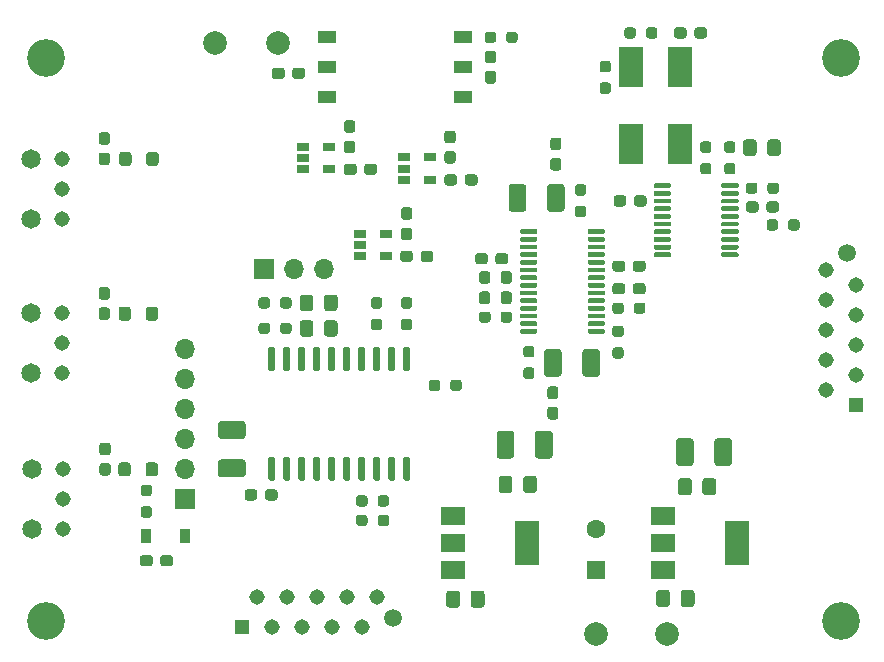
<source format=gbr>
G04 #@! TF.GenerationSoftware,KiCad,Pcbnew,(5.1.10-0-10_14)*
G04 #@! TF.CreationDate,2021-10-25T19:36:00+02:00*
G04 #@! TF.ProjectId,spdif_recv_cs,73706469-665f-4726-9563-765f63732e6b,rev?*
G04 #@! TF.SameCoordinates,Original*
G04 #@! TF.FileFunction,Soldermask,Top*
G04 #@! TF.FilePolarity,Negative*
%FSLAX46Y46*%
G04 Gerber Fmt 4.6, Leading zero omitted, Abs format (unit mm)*
G04 Created by KiCad (PCBNEW (5.1.10-0-10_14)) date 2021-10-25 19:36:00*
%MOMM*%
%LPD*%
G01*
G04 APERTURE LIST*
%ADD10C,1.308000*%
%ADD11C,1.650000*%
%ADD12R,1.060000X0.650000*%
%ADD13R,1.600000X1.000000*%
%ADD14C,2.000000*%
%ADD15R,1.308000X1.308000*%
%ADD16C,1.500000*%
%ADD17O,1.700000X1.700000*%
%ADD18R,1.700000X1.700000*%
%ADD19R,0.900000X1.200000*%
%ADD20R,2.000000X1.500000*%
%ADD21R,2.000000X3.800000*%
%ADD22R,2.000000X3.500000*%
%ADD23C,1.600000*%
%ADD24R,1.600000X1.600000*%
%ADD25C,3.200000*%
G04 APERTURE END LIST*
D10*
X115088500Y-96393000D03*
X115088500Y-98933000D03*
X115088500Y-101473000D03*
D11*
X112458500Y-101473000D03*
X112458500Y-96393000D03*
D10*
X115025000Y-83185000D03*
X115025000Y-85725000D03*
X115025000Y-88265000D03*
D11*
X112395000Y-88265000D03*
X112395000Y-83185000D03*
D10*
X115025000Y-70104000D03*
X115025000Y-72644000D03*
X115025000Y-75184000D03*
D11*
X112395000Y-75184000D03*
X112395000Y-70104000D03*
D12*
X142495001Y-76440001D03*
X142495001Y-78340001D03*
X140295001Y-78340001D03*
X140295001Y-77390001D03*
X140295001Y-76440001D03*
X146154500Y-69977000D03*
X146154500Y-71877000D03*
X143954500Y-71877000D03*
X143954500Y-70927000D03*
X143954500Y-69977000D03*
X137645500Y-69090500D03*
X137645500Y-70990500D03*
X135445500Y-70990500D03*
X135445500Y-70040500D03*
X135445500Y-69090500D03*
G36*
G01*
X170849500Y-72475000D02*
X170849500Y-72275000D01*
G75*
G02*
X170949500Y-72175000I100000J0D01*
G01*
X172224500Y-72175000D01*
G75*
G02*
X172324500Y-72275000I0J-100000D01*
G01*
X172324500Y-72475000D01*
G75*
G02*
X172224500Y-72575000I-100000J0D01*
G01*
X170949500Y-72575000D01*
G75*
G02*
X170849500Y-72475000I0J100000D01*
G01*
G37*
G36*
G01*
X170849500Y-73125000D02*
X170849500Y-72925000D01*
G75*
G02*
X170949500Y-72825000I100000J0D01*
G01*
X172224500Y-72825000D01*
G75*
G02*
X172324500Y-72925000I0J-100000D01*
G01*
X172324500Y-73125000D01*
G75*
G02*
X172224500Y-73225000I-100000J0D01*
G01*
X170949500Y-73225000D01*
G75*
G02*
X170849500Y-73125000I0J100000D01*
G01*
G37*
G36*
G01*
X170849500Y-73775000D02*
X170849500Y-73575000D01*
G75*
G02*
X170949500Y-73475000I100000J0D01*
G01*
X172224500Y-73475000D01*
G75*
G02*
X172324500Y-73575000I0J-100000D01*
G01*
X172324500Y-73775000D01*
G75*
G02*
X172224500Y-73875000I-100000J0D01*
G01*
X170949500Y-73875000D01*
G75*
G02*
X170849500Y-73775000I0J100000D01*
G01*
G37*
G36*
G01*
X170849500Y-74425000D02*
X170849500Y-74225000D01*
G75*
G02*
X170949500Y-74125000I100000J0D01*
G01*
X172224500Y-74125000D01*
G75*
G02*
X172324500Y-74225000I0J-100000D01*
G01*
X172324500Y-74425000D01*
G75*
G02*
X172224500Y-74525000I-100000J0D01*
G01*
X170949500Y-74525000D01*
G75*
G02*
X170849500Y-74425000I0J100000D01*
G01*
G37*
G36*
G01*
X170849500Y-75075000D02*
X170849500Y-74875000D01*
G75*
G02*
X170949500Y-74775000I100000J0D01*
G01*
X172224500Y-74775000D01*
G75*
G02*
X172324500Y-74875000I0J-100000D01*
G01*
X172324500Y-75075000D01*
G75*
G02*
X172224500Y-75175000I-100000J0D01*
G01*
X170949500Y-75175000D01*
G75*
G02*
X170849500Y-75075000I0J100000D01*
G01*
G37*
G36*
G01*
X170849500Y-75725000D02*
X170849500Y-75525000D01*
G75*
G02*
X170949500Y-75425000I100000J0D01*
G01*
X172224500Y-75425000D01*
G75*
G02*
X172324500Y-75525000I0J-100000D01*
G01*
X172324500Y-75725000D01*
G75*
G02*
X172224500Y-75825000I-100000J0D01*
G01*
X170949500Y-75825000D01*
G75*
G02*
X170849500Y-75725000I0J100000D01*
G01*
G37*
G36*
G01*
X170849500Y-76375000D02*
X170849500Y-76175000D01*
G75*
G02*
X170949500Y-76075000I100000J0D01*
G01*
X172224500Y-76075000D01*
G75*
G02*
X172324500Y-76175000I0J-100000D01*
G01*
X172324500Y-76375000D01*
G75*
G02*
X172224500Y-76475000I-100000J0D01*
G01*
X170949500Y-76475000D01*
G75*
G02*
X170849500Y-76375000I0J100000D01*
G01*
G37*
G36*
G01*
X170849500Y-77025000D02*
X170849500Y-76825000D01*
G75*
G02*
X170949500Y-76725000I100000J0D01*
G01*
X172224500Y-76725000D01*
G75*
G02*
X172324500Y-76825000I0J-100000D01*
G01*
X172324500Y-77025000D01*
G75*
G02*
X172224500Y-77125000I-100000J0D01*
G01*
X170949500Y-77125000D01*
G75*
G02*
X170849500Y-77025000I0J100000D01*
G01*
G37*
G36*
G01*
X170849500Y-77675000D02*
X170849500Y-77475000D01*
G75*
G02*
X170949500Y-77375000I100000J0D01*
G01*
X172224500Y-77375000D01*
G75*
G02*
X172324500Y-77475000I0J-100000D01*
G01*
X172324500Y-77675000D01*
G75*
G02*
X172224500Y-77775000I-100000J0D01*
G01*
X170949500Y-77775000D01*
G75*
G02*
X170849500Y-77675000I0J100000D01*
G01*
G37*
G36*
G01*
X170849500Y-78325000D02*
X170849500Y-78125000D01*
G75*
G02*
X170949500Y-78025000I100000J0D01*
G01*
X172224500Y-78025000D01*
G75*
G02*
X172324500Y-78125000I0J-100000D01*
G01*
X172324500Y-78325000D01*
G75*
G02*
X172224500Y-78425000I-100000J0D01*
G01*
X170949500Y-78425000D01*
G75*
G02*
X170849500Y-78325000I0J100000D01*
G01*
G37*
G36*
G01*
X165124500Y-78325000D02*
X165124500Y-78125000D01*
G75*
G02*
X165224500Y-78025000I100000J0D01*
G01*
X166499500Y-78025000D01*
G75*
G02*
X166599500Y-78125000I0J-100000D01*
G01*
X166599500Y-78325000D01*
G75*
G02*
X166499500Y-78425000I-100000J0D01*
G01*
X165224500Y-78425000D01*
G75*
G02*
X165124500Y-78325000I0J100000D01*
G01*
G37*
G36*
G01*
X165124500Y-77675000D02*
X165124500Y-77475000D01*
G75*
G02*
X165224500Y-77375000I100000J0D01*
G01*
X166499500Y-77375000D01*
G75*
G02*
X166599500Y-77475000I0J-100000D01*
G01*
X166599500Y-77675000D01*
G75*
G02*
X166499500Y-77775000I-100000J0D01*
G01*
X165224500Y-77775000D01*
G75*
G02*
X165124500Y-77675000I0J100000D01*
G01*
G37*
G36*
G01*
X165124500Y-77025000D02*
X165124500Y-76825000D01*
G75*
G02*
X165224500Y-76725000I100000J0D01*
G01*
X166499500Y-76725000D01*
G75*
G02*
X166599500Y-76825000I0J-100000D01*
G01*
X166599500Y-77025000D01*
G75*
G02*
X166499500Y-77125000I-100000J0D01*
G01*
X165224500Y-77125000D01*
G75*
G02*
X165124500Y-77025000I0J100000D01*
G01*
G37*
G36*
G01*
X165124500Y-76375000D02*
X165124500Y-76175000D01*
G75*
G02*
X165224500Y-76075000I100000J0D01*
G01*
X166499500Y-76075000D01*
G75*
G02*
X166599500Y-76175000I0J-100000D01*
G01*
X166599500Y-76375000D01*
G75*
G02*
X166499500Y-76475000I-100000J0D01*
G01*
X165224500Y-76475000D01*
G75*
G02*
X165124500Y-76375000I0J100000D01*
G01*
G37*
G36*
G01*
X165124500Y-75725000D02*
X165124500Y-75525000D01*
G75*
G02*
X165224500Y-75425000I100000J0D01*
G01*
X166499500Y-75425000D01*
G75*
G02*
X166599500Y-75525000I0J-100000D01*
G01*
X166599500Y-75725000D01*
G75*
G02*
X166499500Y-75825000I-100000J0D01*
G01*
X165224500Y-75825000D01*
G75*
G02*
X165124500Y-75725000I0J100000D01*
G01*
G37*
G36*
G01*
X165124500Y-75075000D02*
X165124500Y-74875000D01*
G75*
G02*
X165224500Y-74775000I100000J0D01*
G01*
X166499500Y-74775000D01*
G75*
G02*
X166599500Y-74875000I0J-100000D01*
G01*
X166599500Y-75075000D01*
G75*
G02*
X166499500Y-75175000I-100000J0D01*
G01*
X165224500Y-75175000D01*
G75*
G02*
X165124500Y-75075000I0J100000D01*
G01*
G37*
G36*
G01*
X165124500Y-74425000D02*
X165124500Y-74225000D01*
G75*
G02*
X165224500Y-74125000I100000J0D01*
G01*
X166499500Y-74125000D01*
G75*
G02*
X166599500Y-74225000I0J-100000D01*
G01*
X166599500Y-74425000D01*
G75*
G02*
X166499500Y-74525000I-100000J0D01*
G01*
X165224500Y-74525000D01*
G75*
G02*
X165124500Y-74425000I0J100000D01*
G01*
G37*
G36*
G01*
X165124500Y-73775000D02*
X165124500Y-73575000D01*
G75*
G02*
X165224500Y-73475000I100000J0D01*
G01*
X166499500Y-73475000D01*
G75*
G02*
X166599500Y-73575000I0J-100000D01*
G01*
X166599500Y-73775000D01*
G75*
G02*
X166499500Y-73875000I-100000J0D01*
G01*
X165224500Y-73875000D01*
G75*
G02*
X165124500Y-73775000I0J100000D01*
G01*
G37*
G36*
G01*
X165124500Y-73125000D02*
X165124500Y-72925000D01*
G75*
G02*
X165224500Y-72825000I100000J0D01*
G01*
X166499500Y-72825000D01*
G75*
G02*
X166599500Y-72925000I0J-100000D01*
G01*
X166599500Y-73125000D01*
G75*
G02*
X166499500Y-73225000I-100000J0D01*
G01*
X165224500Y-73225000D01*
G75*
G02*
X165124500Y-73125000I0J100000D01*
G01*
G37*
G36*
G01*
X165124500Y-72475000D02*
X165124500Y-72275000D01*
G75*
G02*
X165224500Y-72175000I100000J0D01*
G01*
X166499500Y-72175000D01*
G75*
G02*
X166599500Y-72275000I0J-100000D01*
G01*
X166599500Y-72475000D01*
G75*
G02*
X166499500Y-72575000I-100000J0D01*
G01*
X165224500Y-72575000D01*
G75*
G02*
X165124500Y-72475000I0J100000D01*
G01*
G37*
G36*
G01*
X151083000Y-62655500D02*
X151558000Y-62655500D01*
G75*
G02*
X151795500Y-62893000I0J-237500D01*
G01*
X151795500Y-63493000D01*
G75*
G02*
X151558000Y-63730500I-237500J0D01*
G01*
X151083000Y-63730500D01*
G75*
G02*
X150845500Y-63493000I0J237500D01*
G01*
X150845500Y-62893000D01*
G75*
G02*
X151083000Y-62655500I237500J0D01*
G01*
G37*
G36*
G01*
X151083000Y-60930500D02*
X151558000Y-60930500D01*
G75*
G02*
X151795500Y-61168000I0J-237500D01*
G01*
X151795500Y-61768000D01*
G75*
G02*
X151558000Y-62005500I-237500J0D01*
G01*
X151083000Y-62005500D01*
G75*
G02*
X150845500Y-61768000I0J237500D01*
G01*
X150845500Y-61168000D01*
G75*
G02*
X151083000Y-60930500I237500J0D01*
G01*
G37*
G36*
G01*
X159536500Y-76352000D02*
X159536500Y-76152000D01*
G75*
G02*
X159636500Y-76052000I100000J0D01*
G01*
X160911500Y-76052000D01*
G75*
G02*
X161011500Y-76152000I0J-100000D01*
G01*
X161011500Y-76352000D01*
G75*
G02*
X160911500Y-76452000I-100000J0D01*
G01*
X159636500Y-76452000D01*
G75*
G02*
X159536500Y-76352000I0J100000D01*
G01*
G37*
G36*
G01*
X159536500Y-77002000D02*
X159536500Y-76802000D01*
G75*
G02*
X159636500Y-76702000I100000J0D01*
G01*
X160911500Y-76702000D01*
G75*
G02*
X161011500Y-76802000I0J-100000D01*
G01*
X161011500Y-77002000D01*
G75*
G02*
X160911500Y-77102000I-100000J0D01*
G01*
X159636500Y-77102000D01*
G75*
G02*
X159536500Y-77002000I0J100000D01*
G01*
G37*
G36*
G01*
X159536500Y-77652000D02*
X159536500Y-77452000D01*
G75*
G02*
X159636500Y-77352000I100000J0D01*
G01*
X160911500Y-77352000D01*
G75*
G02*
X161011500Y-77452000I0J-100000D01*
G01*
X161011500Y-77652000D01*
G75*
G02*
X160911500Y-77752000I-100000J0D01*
G01*
X159636500Y-77752000D01*
G75*
G02*
X159536500Y-77652000I0J100000D01*
G01*
G37*
G36*
G01*
X159536500Y-78302000D02*
X159536500Y-78102000D01*
G75*
G02*
X159636500Y-78002000I100000J0D01*
G01*
X160911500Y-78002000D01*
G75*
G02*
X161011500Y-78102000I0J-100000D01*
G01*
X161011500Y-78302000D01*
G75*
G02*
X160911500Y-78402000I-100000J0D01*
G01*
X159636500Y-78402000D01*
G75*
G02*
X159536500Y-78302000I0J100000D01*
G01*
G37*
G36*
G01*
X159536500Y-78952000D02*
X159536500Y-78752000D01*
G75*
G02*
X159636500Y-78652000I100000J0D01*
G01*
X160911500Y-78652000D01*
G75*
G02*
X161011500Y-78752000I0J-100000D01*
G01*
X161011500Y-78952000D01*
G75*
G02*
X160911500Y-79052000I-100000J0D01*
G01*
X159636500Y-79052000D01*
G75*
G02*
X159536500Y-78952000I0J100000D01*
G01*
G37*
G36*
G01*
X159536500Y-79602000D02*
X159536500Y-79402000D01*
G75*
G02*
X159636500Y-79302000I100000J0D01*
G01*
X160911500Y-79302000D01*
G75*
G02*
X161011500Y-79402000I0J-100000D01*
G01*
X161011500Y-79602000D01*
G75*
G02*
X160911500Y-79702000I-100000J0D01*
G01*
X159636500Y-79702000D01*
G75*
G02*
X159536500Y-79602000I0J100000D01*
G01*
G37*
G36*
G01*
X159536500Y-80252000D02*
X159536500Y-80052000D01*
G75*
G02*
X159636500Y-79952000I100000J0D01*
G01*
X160911500Y-79952000D01*
G75*
G02*
X161011500Y-80052000I0J-100000D01*
G01*
X161011500Y-80252000D01*
G75*
G02*
X160911500Y-80352000I-100000J0D01*
G01*
X159636500Y-80352000D01*
G75*
G02*
X159536500Y-80252000I0J100000D01*
G01*
G37*
G36*
G01*
X159536500Y-80902000D02*
X159536500Y-80702000D01*
G75*
G02*
X159636500Y-80602000I100000J0D01*
G01*
X160911500Y-80602000D01*
G75*
G02*
X161011500Y-80702000I0J-100000D01*
G01*
X161011500Y-80902000D01*
G75*
G02*
X160911500Y-81002000I-100000J0D01*
G01*
X159636500Y-81002000D01*
G75*
G02*
X159536500Y-80902000I0J100000D01*
G01*
G37*
G36*
G01*
X159536500Y-81552000D02*
X159536500Y-81352000D01*
G75*
G02*
X159636500Y-81252000I100000J0D01*
G01*
X160911500Y-81252000D01*
G75*
G02*
X161011500Y-81352000I0J-100000D01*
G01*
X161011500Y-81552000D01*
G75*
G02*
X160911500Y-81652000I-100000J0D01*
G01*
X159636500Y-81652000D01*
G75*
G02*
X159536500Y-81552000I0J100000D01*
G01*
G37*
G36*
G01*
X159536500Y-82202000D02*
X159536500Y-82002000D01*
G75*
G02*
X159636500Y-81902000I100000J0D01*
G01*
X160911500Y-81902000D01*
G75*
G02*
X161011500Y-82002000I0J-100000D01*
G01*
X161011500Y-82202000D01*
G75*
G02*
X160911500Y-82302000I-100000J0D01*
G01*
X159636500Y-82302000D01*
G75*
G02*
X159536500Y-82202000I0J100000D01*
G01*
G37*
G36*
G01*
X159536500Y-82852000D02*
X159536500Y-82652000D01*
G75*
G02*
X159636500Y-82552000I100000J0D01*
G01*
X160911500Y-82552000D01*
G75*
G02*
X161011500Y-82652000I0J-100000D01*
G01*
X161011500Y-82852000D01*
G75*
G02*
X160911500Y-82952000I-100000J0D01*
G01*
X159636500Y-82952000D01*
G75*
G02*
X159536500Y-82852000I0J100000D01*
G01*
G37*
G36*
G01*
X159536500Y-83502000D02*
X159536500Y-83302000D01*
G75*
G02*
X159636500Y-83202000I100000J0D01*
G01*
X160911500Y-83202000D01*
G75*
G02*
X161011500Y-83302000I0J-100000D01*
G01*
X161011500Y-83502000D01*
G75*
G02*
X160911500Y-83602000I-100000J0D01*
G01*
X159636500Y-83602000D01*
G75*
G02*
X159536500Y-83502000I0J100000D01*
G01*
G37*
G36*
G01*
X159536500Y-84152000D02*
X159536500Y-83952000D01*
G75*
G02*
X159636500Y-83852000I100000J0D01*
G01*
X160911500Y-83852000D01*
G75*
G02*
X161011500Y-83952000I0J-100000D01*
G01*
X161011500Y-84152000D01*
G75*
G02*
X160911500Y-84252000I-100000J0D01*
G01*
X159636500Y-84252000D01*
G75*
G02*
X159536500Y-84152000I0J100000D01*
G01*
G37*
G36*
G01*
X159536500Y-84802000D02*
X159536500Y-84602000D01*
G75*
G02*
X159636500Y-84502000I100000J0D01*
G01*
X160911500Y-84502000D01*
G75*
G02*
X161011500Y-84602000I0J-100000D01*
G01*
X161011500Y-84802000D01*
G75*
G02*
X160911500Y-84902000I-100000J0D01*
G01*
X159636500Y-84902000D01*
G75*
G02*
X159536500Y-84802000I0J100000D01*
G01*
G37*
G36*
G01*
X153811500Y-84802000D02*
X153811500Y-84602000D01*
G75*
G02*
X153911500Y-84502000I100000J0D01*
G01*
X155186500Y-84502000D01*
G75*
G02*
X155286500Y-84602000I0J-100000D01*
G01*
X155286500Y-84802000D01*
G75*
G02*
X155186500Y-84902000I-100000J0D01*
G01*
X153911500Y-84902000D01*
G75*
G02*
X153811500Y-84802000I0J100000D01*
G01*
G37*
G36*
G01*
X153811500Y-84152000D02*
X153811500Y-83952000D01*
G75*
G02*
X153911500Y-83852000I100000J0D01*
G01*
X155186500Y-83852000D01*
G75*
G02*
X155286500Y-83952000I0J-100000D01*
G01*
X155286500Y-84152000D01*
G75*
G02*
X155186500Y-84252000I-100000J0D01*
G01*
X153911500Y-84252000D01*
G75*
G02*
X153811500Y-84152000I0J100000D01*
G01*
G37*
G36*
G01*
X153811500Y-83502000D02*
X153811500Y-83302000D01*
G75*
G02*
X153911500Y-83202000I100000J0D01*
G01*
X155186500Y-83202000D01*
G75*
G02*
X155286500Y-83302000I0J-100000D01*
G01*
X155286500Y-83502000D01*
G75*
G02*
X155186500Y-83602000I-100000J0D01*
G01*
X153911500Y-83602000D01*
G75*
G02*
X153811500Y-83502000I0J100000D01*
G01*
G37*
G36*
G01*
X153811500Y-82852000D02*
X153811500Y-82652000D01*
G75*
G02*
X153911500Y-82552000I100000J0D01*
G01*
X155186500Y-82552000D01*
G75*
G02*
X155286500Y-82652000I0J-100000D01*
G01*
X155286500Y-82852000D01*
G75*
G02*
X155186500Y-82952000I-100000J0D01*
G01*
X153911500Y-82952000D01*
G75*
G02*
X153811500Y-82852000I0J100000D01*
G01*
G37*
G36*
G01*
X153811500Y-82202000D02*
X153811500Y-82002000D01*
G75*
G02*
X153911500Y-81902000I100000J0D01*
G01*
X155186500Y-81902000D01*
G75*
G02*
X155286500Y-82002000I0J-100000D01*
G01*
X155286500Y-82202000D01*
G75*
G02*
X155186500Y-82302000I-100000J0D01*
G01*
X153911500Y-82302000D01*
G75*
G02*
X153811500Y-82202000I0J100000D01*
G01*
G37*
G36*
G01*
X153811500Y-81552000D02*
X153811500Y-81352000D01*
G75*
G02*
X153911500Y-81252000I100000J0D01*
G01*
X155186500Y-81252000D01*
G75*
G02*
X155286500Y-81352000I0J-100000D01*
G01*
X155286500Y-81552000D01*
G75*
G02*
X155186500Y-81652000I-100000J0D01*
G01*
X153911500Y-81652000D01*
G75*
G02*
X153811500Y-81552000I0J100000D01*
G01*
G37*
G36*
G01*
X153811500Y-80902000D02*
X153811500Y-80702000D01*
G75*
G02*
X153911500Y-80602000I100000J0D01*
G01*
X155186500Y-80602000D01*
G75*
G02*
X155286500Y-80702000I0J-100000D01*
G01*
X155286500Y-80902000D01*
G75*
G02*
X155186500Y-81002000I-100000J0D01*
G01*
X153911500Y-81002000D01*
G75*
G02*
X153811500Y-80902000I0J100000D01*
G01*
G37*
G36*
G01*
X153811500Y-80252000D02*
X153811500Y-80052000D01*
G75*
G02*
X153911500Y-79952000I100000J0D01*
G01*
X155186500Y-79952000D01*
G75*
G02*
X155286500Y-80052000I0J-100000D01*
G01*
X155286500Y-80252000D01*
G75*
G02*
X155186500Y-80352000I-100000J0D01*
G01*
X153911500Y-80352000D01*
G75*
G02*
X153811500Y-80252000I0J100000D01*
G01*
G37*
G36*
G01*
X153811500Y-79602000D02*
X153811500Y-79402000D01*
G75*
G02*
X153911500Y-79302000I100000J0D01*
G01*
X155186500Y-79302000D01*
G75*
G02*
X155286500Y-79402000I0J-100000D01*
G01*
X155286500Y-79602000D01*
G75*
G02*
X155186500Y-79702000I-100000J0D01*
G01*
X153911500Y-79702000D01*
G75*
G02*
X153811500Y-79602000I0J100000D01*
G01*
G37*
G36*
G01*
X153811500Y-78952000D02*
X153811500Y-78752000D01*
G75*
G02*
X153911500Y-78652000I100000J0D01*
G01*
X155186500Y-78652000D01*
G75*
G02*
X155286500Y-78752000I0J-100000D01*
G01*
X155286500Y-78952000D01*
G75*
G02*
X155186500Y-79052000I-100000J0D01*
G01*
X153911500Y-79052000D01*
G75*
G02*
X153811500Y-78952000I0J100000D01*
G01*
G37*
G36*
G01*
X153811500Y-78302000D02*
X153811500Y-78102000D01*
G75*
G02*
X153911500Y-78002000I100000J0D01*
G01*
X155186500Y-78002000D01*
G75*
G02*
X155286500Y-78102000I0J-100000D01*
G01*
X155286500Y-78302000D01*
G75*
G02*
X155186500Y-78402000I-100000J0D01*
G01*
X153911500Y-78402000D01*
G75*
G02*
X153811500Y-78302000I0J100000D01*
G01*
G37*
G36*
G01*
X153811500Y-77652000D02*
X153811500Y-77452000D01*
G75*
G02*
X153911500Y-77352000I100000J0D01*
G01*
X155186500Y-77352000D01*
G75*
G02*
X155286500Y-77452000I0J-100000D01*
G01*
X155286500Y-77652000D01*
G75*
G02*
X155186500Y-77752000I-100000J0D01*
G01*
X153911500Y-77752000D01*
G75*
G02*
X153811500Y-77652000I0J100000D01*
G01*
G37*
G36*
G01*
X153811500Y-77002000D02*
X153811500Y-76802000D01*
G75*
G02*
X153911500Y-76702000I100000J0D01*
G01*
X155186500Y-76702000D01*
G75*
G02*
X155286500Y-76802000I0J-100000D01*
G01*
X155286500Y-77002000D01*
G75*
G02*
X155186500Y-77102000I-100000J0D01*
G01*
X153911500Y-77102000D01*
G75*
G02*
X153811500Y-77002000I0J100000D01*
G01*
G37*
G36*
G01*
X153811500Y-76352000D02*
X153811500Y-76152000D01*
G75*
G02*
X153911500Y-76052000I100000J0D01*
G01*
X155186500Y-76052000D01*
G75*
G02*
X155286500Y-76152000I0J-100000D01*
G01*
X155286500Y-76352000D01*
G75*
G02*
X155186500Y-76452000I-100000J0D01*
G01*
X153911500Y-76452000D01*
G75*
G02*
X153811500Y-76352000I0J100000D01*
G01*
G37*
G36*
G01*
X169307500Y-70442000D02*
X169782500Y-70442000D01*
G75*
G02*
X170020000Y-70679500I0J-237500D01*
G01*
X170020000Y-71179500D01*
G75*
G02*
X169782500Y-71417000I-237500J0D01*
G01*
X169307500Y-71417000D01*
G75*
G02*
X169070000Y-71179500I0J237500D01*
G01*
X169070000Y-70679500D01*
G75*
G02*
X169307500Y-70442000I237500J0D01*
G01*
G37*
G36*
G01*
X169307500Y-68617000D02*
X169782500Y-68617000D01*
G75*
G02*
X170020000Y-68854500I0J-237500D01*
G01*
X170020000Y-69354500D01*
G75*
G02*
X169782500Y-69592000I-237500J0D01*
G01*
X169307500Y-69592000D01*
G75*
G02*
X169070000Y-69354500I0J237500D01*
G01*
X169070000Y-68854500D01*
G75*
G02*
X169307500Y-68617000I237500J0D01*
G01*
G37*
G36*
G01*
X173906000Y-72343000D02*
X173906000Y-72818000D01*
G75*
G02*
X173668500Y-73055500I-237500J0D01*
G01*
X173168500Y-73055500D01*
G75*
G02*
X172931000Y-72818000I0J237500D01*
G01*
X172931000Y-72343000D01*
G75*
G02*
X173168500Y-72105500I237500J0D01*
G01*
X173668500Y-72105500D01*
G75*
G02*
X173906000Y-72343000I0J-237500D01*
G01*
G37*
G36*
G01*
X175731000Y-72343000D02*
X175731000Y-72818000D01*
G75*
G02*
X175493500Y-73055500I-237500J0D01*
G01*
X174993500Y-73055500D01*
G75*
G02*
X174756000Y-72818000I0J237500D01*
G01*
X174756000Y-72343000D01*
G75*
G02*
X174993500Y-72105500I237500J0D01*
G01*
X175493500Y-72105500D01*
G75*
G02*
X175731000Y-72343000I0J-237500D01*
G01*
G37*
G36*
G01*
X175660500Y-75454500D02*
X175660500Y-75929500D01*
G75*
G02*
X175423000Y-76167000I-237500J0D01*
G01*
X174923000Y-76167000D01*
G75*
G02*
X174685500Y-75929500I0J237500D01*
G01*
X174685500Y-75454500D01*
G75*
G02*
X174923000Y-75217000I237500J0D01*
G01*
X175423000Y-75217000D01*
G75*
G02*
X175660500Y-75454500I0J-237500D01*
G01*
G37*
G36*
G01*
X177485500Y-75454500D02*
X177485500Y-75929500D01*
G75*
G02*
X177248000Y-76167000I-237500J0D01*
G01*
X176748000Y-76167000D01*
G75*
G02*
X176510500Y-75929500I0J237500D01*
G01*
X176510500Y-75454500D01*
G75*
G02*
X176748000Y-75217000I237500J0D01*
G01*
X177248000Y-75217000D01*
G75*
G02*
X177485500Y-75454500I0J-237500D01*
G01*
G37*
G36*
G01*
X171814500Y-69592000D02*
X171339500Y-69592000D01*
G75*
G02*
X171102000Y-69354500I0J237500D01*
G01*
X171102000Y-68854500D01*
G75*
G02*
X171339500Y-68617000I237500J0D01*
G01*
X171814500Y-68617000D01*
G75*
G02*
X172052000Y-68854500I0J-237500D01*
G01*
X172052000Y-69354500D01*
G75*
G02*
X171814500Y-69592000I-237500J0D01*
G01*
G37*
G36*
G01*
X171814500Y-71417000D02*
X171339500Y-71417000D01*
G75*
G02*
X171102000Y-71179500I0J237500D01*
G01*
X171102000Y-70679500D01*
G75*
G02*
X171339500Y-70442000I237500J0D01*
G01*
X171814500Y-70442000D01*
G75*
G02*
X172052000Y-70679500I0J-237500D01*
G01*
X172052000Y-71179500D01*
G75*
G02*
X171814500Y-71417000I-237500J0D01*
G01*
G37*
G36*
G01*
X162603000Y-82503000D02*
X162603000Y-82978000D01*
G75*
G02*
X162365500Y-83215500I-237500J0D01*
G01*
X161865500Y-83215500D01*
G75*
G02*
X161628000Y-82978000I0J237500D01*
G01*
X161628000Y-82503000D01*
G75*
G02*
X161865500Y-82265500I237500J0D01*
G01*
X162365500Y-82265500D01*
G75*
G02*
X162603000Y-82503000I0J-237500D01*
G01*
G37*
G36*
G01*
X164428000Y-82503000D02*
X164428000Y-82978000D01*
G75*
G02*
X164190500Y-83215500I-237500J0D01*
G01*
X163690500Y-83215500D01*
G75*
G02*
X163453000Y-82978000I0J237500D01*
G01*
X163453000Y-82503000D01*
G75*
G02*
X163690500Y-82265500I237500J0D01*
G01*
X164190500Y-82265500D01*
G75*
G02*
X164428000Y-82503000I0J-237500D01*
G01*
G37*
G36*
G01*
X159178000Y-73211500D02*
X158703000Y-73211500D01*
G75*
G02*
X158465500Y-72974000I0J237500D01*
G01*
X158465500Y-72474000D01*
G75*
G02*
X158703000Y-72236500I237500J0D01*
G01*
X159178000Y-72236500D01*
G75*
G02*
X159415500Y-72474000I0J-237500D01*
G01*
X159415500Y-72974000D01*
G75*
G02*
X159178000Y-73211500I-237500J0D01*
G01*
G37*
G36*
G01*
X159178000Y-75036500D02*
X158703000Y-75036500D01*
G75*
G02*
X158465500Y-74799000I0J237500D01*
G01*
X158465500Y-74299000D01*
G75*
G02*
X158703000Y-74061500I237500J0D01*
G01*
X159178000Y-74061500D01*
G75*
G02*
X159415500Y-74299000I0J-237500D01*
G01*
X159415500Y-74799000D01*
G75*
G02*
X159178000Y-75036500I-237500J0D01*
G01*
G37*
G36*
G01*
X152166500Y-83740000D02*
X152166500Y-83265000D01*
G75*
G02*
X152404000Y-83027500I237500J0D01*
G01*
X152904000Y-83027500D01*
G75*
G02*
X153141500Y-83265000I0J-237500D01*
G01*
X153141500Y-83740000D01*
G75*
G02*
X152904000Y-83977500I-237500J0D01*
G01*
X152404000Y-83977500D01*
G75*
G02*
X152166500Y-83740000I0J237500D01*
G01*
G37*
G36*
G01*
X150341500Y-83740000D02*
X150341500Y-83265000D01*
G75*
G02*
X150579000Y-83027500I237500J0D01*
G01*
X151079000Y-83027500D01*
G75*
G02*
X151316500Y-83265000I0J-237500D01*
G01*
X151316500Y-83740000D01*
G75*
G02*
X151079000Y-83977500I-237500J0D01*
G01*
X150579000Y-83977500D01*
G75*
G02*
X150341500Y-83740000I0J237500D01*
G01*
G37*
G36*
G01*
X154321500Y-87761000D02*
X154796500Y-87761000D01*
G75*
G02*
X155034000Y-87998500I0J-237500D01*
G01*
X155034000Y-88498500D01*
G75*
G02*
X154796500Y-88736000I-237500J0D01*
G01*
X154321500Y-88736000D01*
G75*
G02*
X154084000Y-88498500I0J237500D01*
G01*
X154084000Y-87998500D01*
G75*
G02*
X154321500Y-87761000I237500J0D01*
G01*
G37*
G36*
G01*
X154321500Y-85936000D02*
X154796500Y-85936000D01*
G75*
G02*
X155034000Y-86173500I0J-237500D01*
G01*
X155034000Y-86673500D01*
G75*
G02*
X154796500Y-86911000I-237500J0D01*
G01*
X154321500Y-86911000D01*
G75*
G02*
X154084000Y-86673500I0J237500D01*
G01*
X154084000Y-86173500D01*
G75*
G02*
X154321500Y-85936000I237500J0D01*
G01*
G37*
G36*
G01*
X161878000Y-86046500D02*
X162353000Y-86046500D01*
G75*
G02*
X162590500Y-86284000I0J-237500D01*
G01*
X162590500Y-86784000D01*
G75*
G02*
X162353000Y-87021500I-237500J0D01*
G01*
X161878000Y-87021500D01*
G75*
G02*
X161640500Y-86784000I0J237500D01*
G01*
X161640500Y-86284000D01*
G75*
G02*
X161878000Y-86046500I237500J0D01*
G01*
G37*
G36*
G01*
X161878000Y-84221500D02*
X162353000Y-84221500D01*
G75*
G02*
X162590500Y-84459000I0J-237500D01*
G01*
X162590500Y-84959000D01*
G75*
G02*
X162353000Y-85196500I-237500J0D01*
G01*
X161878000Y-85196500D01*
G75*
G02*
X161640500Y-84959000I0J237500D01*
G01*
X161640500Y-84459000D01*
G75*
G02*
X161878000Y-84221500I237500J0D01*
G01*
G37*
G36*
G01*
X173848500Y-68701499D02*
X173848500Y-69601501D01*
G75*
G02*
X173598501Y-69851500I-249999J0D01*
G01*
X172948499Y-69851500D01*
G75*
G02*
X172698500Y-69601501I0J249999D01*
G01*
X172698500Y-68701499D01*
G75*
G02*
X172948499Y-68451500I249999J0D01*
G01*
X173598501Y-68451500D01*
G75*
G02*
X173848500Y-68701499I0J-249999D01*
G01*
G37*
G36*
G01*
X175898500Y-68701499D02*
X175898500Y-69601501D01*
G75*
G02*
X175648501Y-69851500I-249999J0D01*
G01*
X174998499Y-69851500D01*
G75*
G02*
X174748500Y-69601501I0J249999D01*
G01*
X174748500Y-68701499D01*
G75*
G02*
X174998499Y-68451500I249999J0D01*
G01*
X175648501Y-68451500D01*
G75*
G02*
X175898500Y-68701499I0J-249999D01*
G01*
G37*
G36*
G01*
X174669500Y-74405500D02*
X174669500Y-73930500D01*
G75*
G02*
X174907000Y-73693000I237500J0D01*
G01*
X175507000Y-73693000D01*
G75*
G02*
X175744500Y-73930500I0J-237500D01*
G01*
X175744500Y-74405500D01*
G75*
G02*
X175507000Y-74643000I-237500J0D01*
G01*
X174907000Y-74643000D01*
G75*
G02*
X174669500Y-74405500I0J237500D01*
G01*
G37*
G36*
G01*
X172944500Y-74405500D02*
X172944500Y-73930500D01*
G75*
G02*
X173182000Y-73693000I237500J0D01*
G01*
X173782000Y-73693000D01*
G75*
G02*
X174019500Y-73930500I0J-237500D01*
G01*
X174019500Y-74405500D01*
G75*
G02*
X173782000Y-74643000I-237500J0D01*
G01*
X173182000Y-74643000D01*
G75*
G02*
X172944500Y-74405500I0J237500D01*
G01*
G37*
G36*
G01*
X162806500Y-73422500D02*
X162806500Y-73897500D01*
G75*
G02*
X162569000Y-74135000I-237500J0D01*
G01*
X161969000Y-74135000D01*
G75*
G02*
X161731500Y-73897500I0J237500D01*
G01*
X161731500Y-73422500D01*
G75*
G02*
X161969000Y-73185000I237500J0D01*
G01*
X162569000Y-73185000D01*
G75*
G02*
X162806500Y-73422500I0J-237500D01*
G01*
G37*
G36*
G01*
X164531500Y-73422500D02*
X164531500Y-73897500D01*
G75*
G02*
X164294000Y-74135000I-237500J0D01*
G01*
X163694000Y-74135000D01*
G75*
G02*
X163456500Y-73897500I0J237500D01*
G01*
X163456500Y-73422500D01*
G75*
G02*
X163694000Y-73185000I237500J0D01*
G01*
X164294000Y-73185000D01*
G75*
G02*
X164531500Y-73422500I0J-237500D01*
G01*
G37*
G36*
G01*
X154345000Y-72481000D02*
X154345000Y-74331000D01*
G75*
G02*
X154095000Y-74581000I-250000J0D01*
G01*
X153095000Y-74581000D01*
G75*
G02*
X152845000Y-74331000I0J250000D01*
G01*
X152845000Y-72481000D01*
G75*
G02*
X153095000Y-72231000I250000J0D01*
G01*
X154095000Y-72231000D01*
G75*
G02*
X154345000Y-72481000I0J-250000D01*
G01*
G37*
G36*
G01*
X157595000Y-72481000D02*
X157595000Y-74331000D01*
G75*
G02*
X157345000Y-74581000I-250000J0D01*
G01*
X156345000Y-74581000D01*
G75*
G02*
X156095000Y-74331000I0J250000D01*
G01*
X156095000Y-72481000D01*
G75*
G02*
X156345000Y-72231000I250000J0D01*
G01*
X157345000Y-72231000D01*
G75*
G02*
X157595000Y-72481000I0J-250000D01*
G01*
G37*
G36*
G01*
X163366500Y-81327000D02*
X163366500Y-80852000D01*
G75*
G02*
X163604000Y-80614500I237500J0D01*
G01*
X164204000Y-80614500D01*
G75*
G02*
X164441500Y-80852000I0J-237500D01*
G01*
X164441500Y-81327000D01*
G75*
G02*
X164204000Y-81564500I-237500J0D01*
G01*
X163604000Y-81564500D01*
G75*
G02*
X163366500Y-81327000I0J237500D01*
G01*
G37*
G36*
G01*
X161641500Y-81327000D02*
X161641500Y-80852000D01*
G75*
G02*
X161879000Y-80614500I237500J0D01*
G01*
X162479000Y-80614500D01*
G75*
G02*
X162716500Y-80852000I0J-237500D01*
G01*
X162716500Y-81327000D01*
G75*
G02*
X162479000Y-81564500I-237500J0D01*
G01*
X161879000Y-81564500D01*
G75*
G02*
X161641500Y-81327000I0J237500D01*
G01*
G37*
G36*
G01*
X163366500Y-79422000D02*
X163366500Y-78947000D01*
G75*
G02*
X163604000Y-78709500I237500J0D01*
G01*
X164204000Y-78709500D01*
G75*
G02*
X164441500Y-78947000I0J-237500D01*
G01*
X164441500Y-79422000D01*
G75*
G02*
X164204000Y-79659500I-237500J0D01*
G01*
X163604000Y-79659500D01*
G75*
G02*
X163366500Y-79422000I0J237500D01*
G01*
G37*
G36*
G01*
X161641500Y-79422000D02*
X161641500Y-78947000D01*
G75*
G02*
X161879000Y-78709500I237500J0D01*
G01*
X162479000Y-78709500D01*
G75*
G02*
X162716500Y-78947000I0J-237500D01*
G01*
X162716500Y-79422000D01*
G75*
G02*
X162479000Y-79659500I-237500J0D01*
G01*
X161879000Y-79659500D01*
G75*
G02*
X161641500Y-79422000I0J237500D01*
G01*
G37*
G36*
G01*
X150575000Y-81324500D02*
X151050000Y-81324500D01*
G75*
G02*
X151287500Y-81562000I0J-237500D01*
G01*
X151287500Y-82162000D01*
G75*
G02*
X151050000Y-82399500I-237500J0D01*
G01*
X150575000Y-82399500D01*
G75*
G02*
X150337500Y-82162000I0J237500D01*
G01*
X150337500Y-81562000D01*
G75*
G02*
X150575000Y-81324500I237500J0D01*
G01*
G37*
G36*
G01*
X150575000Y-79599500D02*
X151050000Y-79599500D01*
G75*
G02*
X151287500Y-79837000I0J-237500D01*
G01*
X151287500Y-80437000D01*
G75*
G02*
X151050000Y-80674500I-237500J0D01*
G01*
X150575000Y-80674500D01*
G75*
G02*
X150337500Y-80437000I0J237500D01*
G01*
X150337500Y-79837000D01*
G75*
G02*
X150575000Y-79599500I237500J0D01*
G01*
G37*
G36*
G01*
X157082500Y-69371500D02*
X156607500Y-69371500D01*
G75*
G02*
X156370000Y-69134000I0J237500D01*
G01*
X156370000Y-68534000D01*
G75*
G02*
X156607500Y-68296500I237500J0D01*
G01*
X157082500Y-68296500D01*
G75*
G02*
X157320000Y-68534000I0J-237500D01*
G01*
X157320000Y-69134000D01*
G75*
G02*
X157082500Y-69371500I-237500J0D01*
G01*
G37*
G36*
G01*
X157082500Y-71096500D02*
X156607500Y-71096500D01*
G75*
G02*
X156370000Y-70859000I0J237500D01*
G01*
X156370000Y-70259000D01*
G75*
G02*
X156607500Y-70021500I237500J0D01*
G01*
X157082500Y-70021500D01*
G75*
G02*
X157320000Y-70259000I0J-237500D01*
G01*
X157320000Y-70859000D01*
G75*
G02*
X157082500Y-71096500I-237500J0D01*
G01*
G37*
G36*
G01*
X152416500Y-81324500D02*
X152891500Y-81324500D01*
G75*
G02*
X153129000Y-81562000I0J-237500D01*
G01*
X153129000Y-82162000D01*
G75*
G02*
X152891500Y-82399500I-237500J0D01*
G01*
X152416500Y-82399500D01*
G75*
G02*
X152179000Y-82162000I0J237500D01*
G01*
X152179000Y-81562000D01*
G75*
G02*
X152416500Y-81324500I237500J0D01*
G01*
G37*
G36*
G01*
X152416500Y-79599500D02*
X152891500Y-79599500D01*
G75*
G02*
X153129000Y-79837000I0J-237500D01*
G01*
X153129000Y-80437000D01*
G75*
G02*
X152891500Y-80674500I-237500J0D01*
G01*
X152416500Y-80674500D01*
G75*
G02*
X152179000Y-80437000I0J237500D01*
G01*
X152179000Y-79837000D01*
G75*
G02*
X152416500Y-79599500I237500J0D01*
G01*
G37*
G36*
G01*
X145396000Y-78596500D02*
X145396000Y-78121500D01*
G75*
G02*
X145633500Y-77884000I237500J0D01*
G01*
X146233500Y-77884000D01*
G75*
G02*
X146471000Y-78121500I0J-237500D01*
G01*
X146471000Y-78596500D01*
G75*
G02*
X146233500Y-78834000I-237500J0D01*
G01*
X145633500Y-78834000D01*
G75*
G02*
X145396000Y-78596500I0J237500D01*
G01*
G37*
G36*
G01*
X143671000Y-78596500D02*
X143671000Y-78121500D01*
G75*
G02*
X143908500Y-77884000I237500J0D01*
G01*
X144508500Y-77884000D01*
G75*
G02*
X144746000Y-78121500I0J-237500D01*
G01*
X144746000Y-78596500D01*
G75*
G02*
X144508500Y-78834000I-237500J0D01*
G01*
X143908500Y-78834000D01*
G75*
G02*
X143671000Y-78596500I0J237500D01*
G01*
G37*
G36*
G01*
X149142500Y-72119500D02*
X149142500Y-71644500D01*
G75*
G02*
X149380000Y-71407000I237500J0D01*
G01*
X149980000Y-71407000D01*
G75*
G02*
X150217500Y-71644500I0J-237500D01*
G01*
X150217500Y-72119500D01*
G75*
G02*
X149980000Y-72357000I-237500J0D01*
G01*
X149380000Y-72357000D01*
G75*
G02*
X149142500Y-72119500I0J237500D01*
G01*
G37*
G36*
G01*
X147417500Y-72119500D02*
X147417500Y-71644500D01*
G75*
G02*
X147655000Y-71407000I237500J0D01*
G01*
X148255000Y-71407000D01*
G75*
G02*
X148492500Y-71644500I0J-237500D01*
G01*
X148492500Y-72119500D01*
G75*
G02*
X148255000Y-72357000I-237500J0D01*
G01*
X147655000Y-72357000D01*
G75*
G02*
X147417500Y-72119500I0J237500D01*
G01*
G37*
G36*
G01*
X134537500Y-63102500D02*
X134537500Y-62627500D01*
G75*
G02*
X134775000Y-62390000I237500J0D01*
G01*
X135375000Y-62390000D01*
G75*
G02*
X135612500Y-62627500I0J-237500D01*
G01*
X135612500Y-63102500D01*
G75*
G02*
X135375000Y-63340000I-237500J0D01*
G01*
X134775000Y-63340000D01*
G75*
G02*
X134537500Y-63102500I0J237500D01*
G01*
G37*
G36*
G01*
X132812500Y-63102500D02*
X132812500Y-62627500D01*
G75*
G02*
X133050000Y-62390000I237500J0D01*
G01*
X133650000Y-62390000D01*
G75*
G02*
X133887500Y-62627500I0J-237500D01*
G01*
X133887500Y-63102500D01*
G75*
G02*
X133650000Y-63340000I-237500J0D01*
G01*
X133050000Y-63340000D01*
G75*
G02*
X132812500Y-63102500I0J237500D01*
G01*
G37*
D13*
X137471000Y-64897000D03*
X148971000Y-64897000D03*
X137471000Y-62357000D03*
X148971000Y-62357000D03*
X137471000Y-59817000D03*
X148971000Y-59817000D03*
G36*
G01*
X122107500Y-96743001D02*
X122107500Y-96042999D01*
G75*
G02*
X122357499Y-95793000I249999J0D01*
G01*
X122907501Y-95793000D01*
G75*
G02*
X123157500Y-96042999I0J-249999D01*
G01*
X123157500Y-96743001D01*
G75*
G02*
X122907501Y-96993000I-249999J0D01*
G01*
X122357499Y-96993000D01*
G75*
G02*
X122107500Y-96743001I0J249999D01*
G01*
G37*
G36*
G01*
X119807500Y-96743001D02*
X119807500Y-96042999D01*
G75*
G02*
X120057499Y-95793000I249999J0D01*
G01*
X120607501Y-95793000D01*
G75*
G02*
X120857500Y-96042999I0J-249999D01*
G01*
X120857500Y-96743001D01*
G75*
G02*
X120607501Y-96993000I-249999J0D01*
G01*
X120057499Y-96993000D01*
G75*
G02*
X119807500Y-96743001I0J249999D01*
G01*
G37*
G36*
G01*
X144446000Y-75266500D02*
X143971000Y-75266500D01*
G75*
G02*
X143733500Y-75029000I0J237500D01*
G01*
X143733500Y-74429000D01*
G75*
G02*
X143971000Y-74191500I237500J0D01*
G01*
X144446000Y-74191500D01*
G75*
G02*
X144683500Y-74429000I0J-237500D01*
G01*
X144683500Y-75029000D01*
G75*
G02*
X144446000Y-75266500I-237500J0D01*
G01*
G37*
G36*
G01*
X144446000Y-76991500D02*
X143971000Y-76991500D01*
G75*
G02*
X143733500Y-76754000I0J237500D01*
G01*
X143733500Y-76154000D01*
G75*
G02*
X143971000Y-75916500I237500J0D01*
G01*
X144446000Y-75916500D01*
G75*
G02*
X144683500Y-76154000I0J-237500D01*
G01*
X144683500Y-76754000D01*
G75*
G02*
X144446000Y-76991500I-237500J0D01*
G01*
G37*
G36*
G01*
X118444000Y-95855500D02*
X118919000Y-95855500D01*
G75*
G02*
X119156500Y-96093000I0J-237500D01*
G01*
X119156500Y-96693000D01*
G75*
G02*
X118919000Y-96930500I-237500J0D01*
G01*
X118444000Y-96930500D01*
G75*
G02*
X118206500Y-96693000I0J237500D01*
G01*
X118206500Y-96093000D01*
G75*
G02*
X118444000Y-95855500I237500J0D01*
G01*
G37*
G36*
G01*
X118444000Y-94130500D02*
X118919000Y-94130500D01*
G75*
G02*
X119156500Y-94368000I0J-237500D01*
G01*
X119156500Y-94968000D01*
G75*
G02*
X118919000Y-95205500I-237500J0D01*
G01*
X118444000Y-95205500D01*
G75*
G02*
X118206500Y-94968000I0J237500D01*
G01*
X118206500Y-94368000D01*
G75*
G02*
X118444000Y-94130500I237500J0D01*
G01*
G37*
G36*
G01*
X151784500Y-59579500D02*
X151784500Y-60054500D01*
G75*
G02*
X151547000Y-60292000I-237500J0D01*
G01*
X151047000Y-60292000D01*
G75*
G02*
X150809500Y-60054500I0J237500D01*
G01*
X150809500Y-59579500D01*
G75*
G02*
X151047000Y-59342000I237500J0D01*
G01*
X151547000Y-59342000D01*
G75*
G02*
X151784500Y-59579500I0J-237500D01*
G01*
G37*
G36*
G01*
X153609500Y-59579500D02*
X153609500Y-60054500D01*
G75*
G02*
X153372000Y-60292000I-237500J0D01*
G01*
X152872000Y-60292000D01*
G75*
G02*
X152634500Y-60054500I0J237500D01*
G01*
X152634500Y-59579500D01*
G75*
G02*
X152872000Y-59342000I237500J0D01*
G01*
X153372000Y-59342000D01*
G75*
G02*
X153609500Y-59579500I0J-237500D01*
G01*
G37*
D14*
X127952500Y-60325000D03*
X133350000Y-60325000D03*
D15*
X130238500Y-109728000D03*
D10*
X131508500Y-107188000D03*
X132778500Y-109728000D03*
X134048500Y-107188000D03*
X135318500Y-109728000D03*
X136588500Y-107188000D03*
X137858500Y-109728000D03*
X139128500Y-107188000D03*
X140398500Y-109728000D03*
X141668500Y-107188000D03*
D16*
X143068500Y-108988000D03*
D15*
X182223000Y-90935000D03*
D10*
X179683000Y-89665000D03*
X182223000Y-88395000D03*
X179683000Y-87125000D03*
X182223000Y-85855000D03*
X179683000Y-84585000D03*
X182223000Y-83315000D03*
X179683000Y-82045000D03*
X182223000Y-80775000D03*
X179683000Y-79505000D03*
D16*
X181483000Y-78105000D03*
G36*
G01*
X147062000Y-89043500D02*
X147062000Y-89518500D01*
G75*
G02*
X146824500Y-89756000I-237500J0D01*
G01*
X146324500Y-89756000D01*
G75*
G02*
X146087000Y-89518500I0J237500D01*
G01*
X146087000Y-89043500D01*
G75*
G02*
X146324500Y-88806000I237500J0D01*
G01*
X146824500Y-88806000D01*
G75*
G02*
X147062000Y-89043500I0J-237500D01*
G01*
G37*
G36*
G01*
X148887000Y-89043500D02*
X148887000Y-89518500D01*
G75*
G02*
X148649500Y-89756000I-237500J0D01*
G01*
X148149500Y-89756000D01*
G75*
G02*
X147912000Y-89518500I0J237500D01*
G01*
X147912000Y-89043500D01*
G75*
G02*
X148149500Y-88806000I237500J0D01*
G01*
X148649500Y-88806000D01*
G75*
G02*
X148887000Y-89043500I0J-237500D01*
G01*
G37*
G36*
G01*
X121936500Y-99508500D02*
X122411500Y-99508500D01*
G75*
G02*
X122649000Y-99746000I0J-237500D01*
G01*
X122649000Y-100246000D01*
G75*
G02*
X122411500Y-100483500I-237500J0D01*
G01*
X121936500Y-100483500D01*
G75*
G02*
X121699000Y-100246000I0J237500D01*
G01*
X121699000Y-99746000D01*
G75*
G02*
X121936500Y-99508500I237500J0D01*
G01*
G37*
G36*
G01*
X121936500Y-97683500D02*
X122411500Y-97683500D01*
G75*
G02*
X122649000Y-97921000I0J-237500D01*
G01*
X122649000Y-98421000D01*
G75*
G02*
X122411500Y-98658500I-237500J0D01*
G01*
X121936500Y-98658500D01*
G75*
G02*
X121699000Y-98421000I0J237500D01*
G01*
X121699000Y-97921000D01*
G75*
G02*
X121936500Y-97683500I237500J0D01*
G01*
G37*
D17*
X137223500Y-79438500D03*
X134683500Y-79438500D03*
D18*
X132143500Y-79438500D03*
D19*
X122176000Y-102044500D03*
X125476000Y-102044500D03*
G36*
G01*
X123361500Y-104352100D02*
X123361500Y-103877100D01*
G75*
G02*
X123599000Y-103639600I237500J0D01*
G01*
X124199000Y-103639600D01*
G75*
G02*
X124436500Y-103877100I0J-237500D01*
G01*
X124436500Y-104352100D01*
G75*
G02*
X124199000Y-104589600I-237500J0D01*
G01*
X123599000Y-104589600D01*
G75*
G02*
X123361500Y-104352100I0J237500D01*
G01*
G37*
G36*
G01*
X121636500Y-104352100D02*
X121636500Y-103877100D01*
G75*
G02*
X121874000Y-103639600I237500J0D01*
G01*
X122474000Y-103639600D01*
G75*
G02*
X122711500Y-103877100I0J-237500D01*
G01*
X122711500Y-104352100D01*
G75*
G02*
X122474000Y-104589600I-237500J0D01*
G01*
X121874000Y-104589600D01*
G75*
G02*
X121636500Y-104352100I0J237500D01*
G01*
G37*
G36*
G01*
X122120200Y-83560401D02*
X122120200Y-82860399D01*
G75*
G02*
X122370199Y-82610400I249999J0D01*
G01*
X122920201Y-82610400D01*
G75*
G02*
X123170200Y-82860399I0J-249999D01*
G01*
X123170200Y-83560401D01*
G75*
G02*
X122920201Y-83810400I-249999J0D01*
G01*
X122370199Y-83810400D01*
G75*
G02*
X122120200Y-83560401I0J249999D01*
G01*
G37*
G36*
G01*
X119820200Y-83560401D02*
X119820200Y-82860399D01*
G75*
G02*
X120070199Y-82610400I249999J0D01*
G01*
X120620201Y-82610400D01*
G75*
G02*
X120870200Y-82860399I0J-249999D01*
G01*
X120870200Y-83560401D01*
G75*
G02*
X120620201Y-83810400I-249999J0D01*
G01*
X120070199Y-83810400D01*
G75*
G02*
X119820200Y-83560401I0J249999D01*
G01*
G37*
G36*
G01*
X122171000Y-70454001D02*
X122171000Y-69753999D01*
G75*
G02*
X122420999Y-69504000I249999J0D01*
G01*
X122971001Y-69504000D01*
G75*
G02*
X123221000Y-69753999I0J-249999D01*
G01*
X123221000Y-70454001D01*
G75*
G02*
X122971001Y-70704000I-249999J0D01*
G01*
X122420999Y-70704000D01*
G75*
G02*
X122171000Y-70454001I0J249999D01*
G01*
G37*
G36*
G01*
X119871000Y-70454001D02*
X119871000Y-69753999D01*
G75*
G02*
X120120999Y-69504000I249999J0D01*
G01*
X120671001Y-69504000D01*
G75*
G02*
X120921000Y-69753999I0J-249999D01*
G01*
X120921000Y-70454001D01*
G75*
G02*
X120671001Y-70704000I-249999J0D01*
G01*
X120120999Y-70704000D01*
G75*
G02*
X119871000Y-70454001I0J249999D01*
G01*
G37*
G36*
G01*
X141752500Y-100948500D02*
X141752500Y-100473500D01*
G75*
G02*
X141990000Y-100236000I237500J0D01*
G01*
X142490000Y-100236000D01*
G75*
G02*
X142727500Y-100473500I0J-237500D01*
G01*
X142727500Y-100948500D01*
G75*
G02*
X142490000Y-101186000I-237500J0D01*
G01*
X141990000Y-101186000D01*
G75*
G02*
X141752500Y-100948500I0J237500D01*
G01*
G37*
G36*
G01*
X139927500Y-100948500D02*
X139927500Y-100473500D01*
G75*
G02*
X140165000Y-100236000I237500J0D01*
G01*
X140665000Y-100236000D01*
G75*
G02*
X140902500Y-100473500I0J-237500D01*
G01*
X140902500Y-100948500D01*
G75*
G02*
X140665000Y-101186000I-237500J0D01*
G01*
X140165000Y-101186000D01*
G75*
G02*
X139927500Y-100948500I0J237500D01*
G01*
G37*
G36*
G01*
X141752500Y-99297500D02*
X141752500Y-98822500D01*
G75*
G02*
X141990000Y-98585000I237500J0D01*
G01*
X142490000Y-98585000D01*
G75*
G02*
X142727500Y-98822500I0J-237500D01*
G01*
X142727500Y-99297500D01*
G75*
G02*
X142490000Y-99535000I-237500J0D01*
G01*
X141990000Y-99535000D01*
G75*
G02*
X141752500Y-99297500I0J237500D01*
G01*
G37*
G36*
G01*
X139927500Y-99297500D02*
X139927500Y-98822500D01*
G75*
G02*
X140165000Y-98585000I237500J0D01*
G01*
X140665000Y-98585000D01*
G75*
G02*
X140902500Y-98822500I0J-237500D01*
G01*
X140902500Y-99297500D01*
G75*
G02*
X140665000Y-99535000I-237500J0D01*
G01*
X140165000Y-99535000D01*
G75*
G02*
X139927500Y-99297500I0J237500D01*
G01*
G37*
G36*
G01*
X133497500Y-84692500D02*
X133497500Y-84217500D01*
G75*
G02*
X133735000Y-83980000I237500J0D01*
G01*
X134235000Y-83980000D01*
G75*
G02*
X134472500Y-84217500I0J-237500D01*
G01*
X134472500Y-84692500D01*
G75*
G02*
X134235000Y-84930000I-237500J0D01*
G01*
X133735000Y-84930000D01*
G75*
G02*
X133497500Y-84692500I0J237500D01*
G01*
G37*
G36*
G01*
X131672500Y-84692500D02*
X131672500Y-84217500D01*
G75*
G02*
X131910000Y-83980000I237500J0D01*
G01*
X132410000Y-83980000D01*
G75*
G02*
X132647500Y-84217500I0J-237500D01*
G01*
X132647500Y-84692500D01*
G75*
G02*
X132410000Y-84930000I-237500J0D01*
G01*
X131910000Y-84930000D01*
G75*
G02*
X131672500Y-84692500I0J237500D01*
G01*
G37*
G36*
G01*
X133497500Y-82533500D02*
X133497500Y-82058500D01*
G75*
G02*
X133735000Y-81821000I237500J0D01*
G01*
X134235000Y-81821000D01*
G75*
G02*
X134472500Y-82058500I0J-237500D01*
G01*
X134472500Y-82533500D01*
G75*
G02*
X134235000Y-82771000I-237500J0D01*
G01*
X133735000Y-82771000D01*
G75*
G02*
X133497500Y-82533500I0J237500D01*
G01*
G37*
G36*
G01*
X131672500Y-82533500D02*
X131672500Y-82058500D01*
G75*
G02*
X131910000Y-81821000I237500J0D01*
G01*
X132410000Y-81821000D01*
G75*
G02*
X132647500Y-82058500I0J-237500D01*
G01*
X132647500Y-82533500D01*
G75*
G02*
X132410000Y-82771000I-237500J0D01*
G01*
X131910000Y-82771000D01*
G75*
G02*
X131672500Y-82533500I0J237500D01*
G01*
G37*
G36*
G01*
X136320000Y-84004999D02*
X136320000Y-84905001D01*
G75*
G02*
X136070001Y-85155000I-249999J0D01*
G01*
X135419999Y-85155000D01*
G75*
G02*
X135170000Y-84905001I0J249999D01*
G01*
X135170000Y-84004999D01*
G75*
G02*
X135419999Y-83755000I249999J0D01*
G01*
X136070001Y-83755000D01*
G75*
G02*
X136320000Y-84004999I0J-249999D01*
G01*
G37*
G36*
G01*
X138370000Y-84004999D02*
X138370000Y-84905001D01*
G75*
G02*
X138120001Y-85155000I-249999J0D01*
G01*
X137469999Y-85155000D01*
G75*
G02*
X137220000Y-84905001I0J249999D01*
G01*
X137220000Y-84004999D01*
G75*
G02*
X137469999Y-83755000I249999J0D01*
G01*
X138120001Y-83755000D01*
G75*
G02*
X138370000Y-84004999I0J-249999D01*
G01*
G37*
G36*
G01*
X136320000Y-81845999D02*
X136320000Y-82746001D01*
G75*
G02*
X136070001Y-82996000I-249999J0D01*
G01*
X135419999Y-82996000D01*
G75*
G02*
X135170000Y-82746001I0J249999D01*
G01*
X135170000Y-81845999D01*
G75*
G02*
X135419999Y-81596000I249999J0D01*
G01*
X136070001Y-81596000D01*
G75*
G02*
X136320000Y-81845999I0J-249999D01*
G01*
G37*
G36*
G01*
X138370000Y-81845999D02*
X138370000Y-82746001D01*
G75*
G02*
X138120001Y-82996000I-249999J0D01*
G01*
X137469999Y-82996000D01*
G75*
G02*
X137220000Y-82746001I0J249999D01*
G01*
X137220000Y-81845999D01*
G75*
G02*
X137469999Y-81596000I249999J0D01*
G01*
X138120001Y-81596000D01*
G75*
G02*
X138370000Y-81845999I0J-249999D01*
G01*
G37*
G36*
G01*
X156353500Y-91093000D02*
X156828500Y-91093000D01*
G75*
G02*
X157066000Y-91330500I0J-237500D01*
G01*
X157066000Y-91930500D01*
G75*
G02*
X156828500Y-92168000I-237500J0D01*
G01*
X156353500Y-92168000D01*
G75*
G02*
X156116000Y-91930500I0J237500D01*
G01*
X156116000Y-91330500D01*
G75*
G02*
X156353500Y-91093000I237500J0D01*
G01*
G37*
G36*
G01*
X156353500Y-89368000D02*
X156828500Y-89368000D01*
G75*
G02*
X157066000Y-89605500I0J-237500D01*
G01*
X157066000Y-90205500D01*
G75*
G02*
X156828500Y-90443000I-237500J0D01*
G01*
X156353500Y-90443000D01*
G75*
G02*
X156116000Y-90205500I0J237500D01*
G01*
X156116000Y-89605500D01*
G75*
G02*
X156353500Y-89368000I237500J0D01*
G01*
G37*
G36*
G01*
X148129000Y-68789500D02*
X147654000Y-68789500D01*
G75*
G02*
X147416500Y-68552000I0J237500D01*
G01*
X147416500Y-67952000D01*
G75*
G02*
X147654000Y-67714500I237500J0D01*
G01*
X148129000Y-67714500D01*
G75*
G02*
X148366500Y-67952000I0J-237500D01*
G01*
X148366500Y-68552000D01*
G75*
G02*
X148129000Y-68789500I-237500J0D01*
G01*
G37*
G36*
G01*
X148129000Y-70514500D02*
X147654000Y-70514500D01*
G75*
G02*
X147416500Y-70277000I0J237500D01*
G01*
X147416500Y-69677000D01*
G75*
G02*
X147654000Y-69439500I237500J0D01*
G01*
X148129000Y-69439500D01*
G75*
G02*
X148366500Y-69677000I0J-237500D01*
G01*
X148366500Y-70277000D01*
G75*
G02*
X148129000Y-70514500I-237500J0D01*
G01*
G37*
G36*
G01*
X139620000Y-67900500D02*
X139145000Y-67900500D01*
G75*
G02*
X138907500Y-67663000I0J237500D01*
G01*
X138907500Y-67063000D01*
G75*
G02*
X139145000Y-66825500I237500J0D01*
G01*
X139620000Y-66825500D01*
G75*
G02*
X139857500Y-67063000I0J-237500D01*
G01*
X139857500Y-67663000D01*
G75*
G02*
X139620000Y-67900500I-237500J0D01*
G01*
G37*
G36*
G01*
X139620000Y-69625500D02*
X139145000Y-69625500D01*
G75*
G02*
X138907500Y-69388000I0J237500D01*
G01*
X138907500Y-68788000D01*
G75*
G02*
X139145000Y-68550500I237500J0D01*
G01*
X139620000Y-68550500D01*
G75*
G02*
X139857500Y-68788000I0J-237500D01*
G01*
X139857500Y-69388000D01*
G75*
G02*
X139620000Y-69625500I-237500J0D01*
G01*
G37*
G36*
G01*
X161273500Y-62781000D02*
X160798500Y-62781000D01*
G75*
G02*
X160561000Y-62543500I0J237500D01*
G01*
X160561000Y-62043500D01*
G75*
G02*
X160798500Y-61806000I237500J0D01*
G01*
X161273500Y-61806000D01*
G75*
G02*
X161511000Y-62043500I0J-237500D01*
G01*
X161511000Y-62543500D01*
G75*
G02*
X161273500Y-62781000I-237500J0D01*
G01*
G37*
G36*
G01*
X161273500Y-64606000D02*
X160798500Y-64606000D01*
G75*
G02*
X160561000Y-64368500I0J237500D01*
G01*
X160561000Y-63868500D01*
G75*
G02*
X160798500Y-63631000I237500J0D01*
G01*
X161273500Y-63631000D01*
G75*
G02*
X161511000Y-63868500I0J-237500D01*
G01*
X161511000Y-64368500D01*
G75*
G02*
X161273500Y-64606000I-237500J0D01*
G01*
G37*
G36*
G01*
X164469000Y-59673500D02*
X164469000Y-59198500D01*
G75*
G02*
X164706500Y-58961000I237500J0D01*
G01*
X165206500Y-58961000D01*
G75*
G02*
X165444000Y-59198500I0J-237500D01*
G01*
X165444000Y-59673500D01*
G75*
G02*
X165206500Y-59911000I-237500J0D01*
G01*
X164706500Y-59911000D01*
G75*
G02*
X164469000Y-59673500I0J237500D01*
G01*
G37*
G36*
G01*
X162644000Y-59673500D02*
X162644000Y-59198500D01*
G75*
G02*
X162881500Y-58961000I237500J0D01*
G01*
X163381500Y-58961000D01*
G75*
G02*
X163619000Y-59198500I0J-237500D01*
G01*
X163619000Y-59673500D01*
G75*
G02*
X163381500Y-59911000I-237500J0D01*
G01*
X162881500Y-59911000D01*
G75*
G02*
X162644000Y-59673500I0J237500D01*
G01*
G37*
D14*
X166243000Y-110363000D03*
X160210500Y-110363000D03*
G36*
G01*
X141431000Y-83633500D02*
X141906000Y-83633500D01*
G75*
G02*
X142143500Y-83871000I0J-237500D01*
G01*
X142143500Y-84371000D01*
G75*
G02*
X141906000Y-84608500I-237500J0D01*
G01*
X141431000Y-84608500D01*
G75*
G02*
X141193500Y-84371000I0J237500D01*
G01*
X141193500Y-83871000D01*
G75*
G02*
X141431000Y-83633500I237500J0D01*
G01*
G37*
G36*
G01*
X141431000Y-81808500D02*
X141906000Y-81808500D01*
G75*
G02*
X142143500Y-82046000I0J-237500D01*
G01*
X142143500Y-82546000D01*
G75*
G02*
X141906000Y-82783500I-237500J0D01*
G01*
X141431000Y-82783500D01*
G75*
G02*
X141193500Y-82546000I0J237500D01*
G01*
X141193500Y-82046000D01*
G75*
G02*
X141431000Y-81808500I237500J0D01*
G01*
G37*
G36*
G01*
X143971000Y-83633500D02*
X144446000Y-83633500D01*
G75*
G02*
X144683500Y-83871000I0J-237500D01*
G01*
X144683500Y-84371000D01*
G75*
G02*
X144446000Y-84608500I-237500J0D01*
G01*
X143971000Y-84608500D01*
G75*
G02*
X143733500Y-84371000I0J237500D01*
G01*
X143733500Y-83871000D01*
G75*
G02*
X143971000Y-83633500I237500J0D01*
G01*
G37*
G36*
G01*
X143971000Y-81808500D02*
X144446000Y-81808500D01*
G75*
G02*
X144683500Y-82046000I0J-237500D01*
G01*
X144683500Y-82546000D01*
G75*
G02*
X144446000Y-82783500I-237500J0D01*
G01*
X143971000Y-82783500D01*
G75*
G02*
X143733500Y-82546000I0J237500D01*
G01*
X143733500Y-82046000D01*
G75*
G02*
X143971000Y-81808500I237500J0D01*
G01*
G37*
G36*
G01*
X151085500Y-78312000D02*
X151085500Y-78787000D01*
G75*
G02*
X150848000Y-79024500I-237500J0D01*
G01*
X150248000Y-79024500D01*
G75*
G02*
X150010500Y-78787000I0J237500D01*
G01*
X150010500Y-78312000D01*
G75*
G02*
X150248000Y-78074500I237500J0D01*
G01*
X150848000Y-78074500D01*
G75*
G02*
X151085500Y-78312000I0J-237500D01*
G01*
G37*
G36*
G01*
X152810500Y-78312000D02*
X152810500Y-78787000D01*
G75*
G02*
X152573000Y-79024500I-237500J0D01*
G01*
X151973000Y-79024500D01*
G75*
G02*
X151735500Y-78787000I0J237500D01*
G01*
X151735500Y-78312000D01*
G75*
G02*
X151973000Y-78074500I237500J0D01*
G01*
X152573000Y-78074500D01*
G75*
G02*
X152810500Y-78312000I0J-237500D01*
G01*
G37*
G36*
G01*
X168573500Y-59673500D02*
X168573500Y-59198500D01*
G75*
G02*
X168811000Y-58961000I237500J0D01*
G01*
X169411000Y-58961000D01*
G75*
G02*
X169648500Y-59198500I0J-237500D01*
G01*
X169648500Y-59673500D01*
G75*
G02*
X169411000Y-59911000I-237500J0D01*
G01*
X168811000Y-59911000D01*
G75*
G02*
X168573500Y-59673500I0J237500D01*
G01*
G37*
G36*
G01*
X166848500Y-59673500D02*
X166848500Y-59198500D01*
G75*
G02*
X167086000Y-58961000I237500J0D01*
G01*
X167686000Y-58961000D01*
G75*
G02*
X167923500Y-59198500I0J-237500D01*
G01*
X167923500Y-59673500D01*
G75*
G02*
X167686000Y-59911000I-237500J0D01*
G01*
X167086000Y-59911000D01*
G75*
G02*
X166848500Y-59673500I0J237500D01*
G01*
G37*
G36*
G01*
X132214500Y-98789500D02*
X132214500Y-98314500D01*
G75*
G02*
X132452000Y-98077000I237500J0D01*
G01*
X133052000Y-98077000D01*
G75*
G02*
X133289500Y-98314500I0J-237500D01*
G01*
X133289500Y-98789500D01*
G75*
G02*
X133052000Y-99027000I-237500J0D01*
G01*
X132452000Y-99027000D01*
G75*
G02*
X132214500Y-98789500I0J237500D01*
G01*
G37*
G36*
G01*
X130489500Y-98789500D02*
X130489500Y-98314500D01*
G75*
G02*
X130727000Y-98077000I237500J0D01*
G01*
X131327000Y-98077000D01*
G75*
G02*
X131564500Y-98314500I0J-237500D01*
G01*
X131564500Y-98789500D01*
G75*
G02*
X131327000Y-99027000I-237500J0D01*
G01*
X130727000Y-99027000D01*
G75*
G02*
X130489500Y-98789500I0J237500D01*
G01*
G37*
G36*
G01*
X118380500Y-82672900D02*
X118855500Y-82672900D01*
G75*
G02*
X119093000Y-82910400I0J-237500D01*
G01*
X119093000Y-83510400D01*
G75*
G02*
X118855500Y-83747900I-237500J0D01*
G01*
X118380500Y-83747900D01*
G75*
G02*
X118143000Y-83510400I0J237500D01*
G01*
X118143000Y-82910400D01*
G75*
G02*
X118380500Y-82672900I237500J0D01*
G01*
G37*
G36*
G01*
X118380500Y-80947900D02*
X118855500Y-80947900D01*
G75*
G02*
X119093000Y-81185400I0J-237500D01*
G01*
X119093000Y-81785400D01*
G75*
G02*
X118855500Y-82022900I-237500J0D01*
G01*
X118380500Y-82022900D01*
G75*
G02*
X118143000Y-81785400I0J237500D01*
G01*
X118143000Y-81185400D01*
G75*
G02*
X118380500Y-80947900I237500J0D01*
G01*
G37*
G36*
G01*
X118380500Y-69566500D02*
X118855500Y-69566500D01*
G75*
G02*
X119093000Y-69804000I0J-237500D01*
G01*
X119093000Y-70404000D01*
G75*
G02*
X118855500Y-70641500I-237500J0D01*
G01*
X118380500Y-70641500D01*
G75*
G02*
X118143000Y-70404000I0J237500D01*
G01*
X118143000Y-69804000D01*
G75*
G02*
X118380500Y-69566500I237500J0D01*
G01*
G37*
G36*
G01*
X118380500Y-67841500D02*
X118855500Y-67841500D01*
G75*
G02*
X119093000Y-68079000I0J-237500D01*
G01*
X119093000Y-68679000D01*
G75*
G02*
X118855500Y-68916500I-237500J0D01*
G01*
X118380500Y-68916500D01*
G75*
G02*
X118143000Y-68679000I0J237500D01*
G01*
X118143000Y-68079000D01*
G75*
G02*
X118380500Y-67841500I237500J0D01*
G01*
G37*
G36*
G01*
X139983500Y-70755500D02*
X139983500Y-71230500D01*
G75*
G02*
X139746000Y-71468000I-237500J0D01*
G01*
X139146000Y-71468000D01*
G75*
G02*
X138908500Y-71230500I0J237500D01*
G01*
X138908500Y-70755500D01*
G75*
G02*
X139146000Y-70518000I237500J0D01*
G01*
X139746000Y-70518000D01*
G75*
G02*
X139983500Y-70755500I0J-237500D01*
G01*
G37*
G36*
G01*
X141708500Y-70755500D02*
X141708500Y-71230500D01*
G75*
G02*
X141471000Y-71468000I-237500J0D01*
G01*
X140871000Y-71468000D01*
G75*
G02*
X140633500Y-71230500I0J237500D01*
G01*
X140633500Y-70755500D01*
G75*
G02*
X140871000Y-70518000I237500J0D01*
G01*
X141471000Y-70518000D01*
G75*
G02*
X141708500Y-70755500I0J-237500D01*
G01*
G37*
D20*
X165925500Y-100302000D03*
X165925500Y-104902000D03*
X165925500Y-102602000D03*
D21*
X172225500Y-102602000D03*
D20*
X148145500Y-100341000D03*
X148145500Y-104941000D03*
X148145500Y-102641000D03*
D21*
X154445500Y-102641000D03*
D22*
X167386000Y-62334000D03*
X167386000Y-68834000D03*
X163186000Y-68834000D03*
X163186000Y-62334000D03*
G36*
G01*
X170267000Y-95857500D02*
X170267000Y-94007500D01*
G75*
G02*
X170517000Y-93757500I250000J0D01*
G01*
X171517000Y-93757500D01*
G75*
G02*
X171767000Y-94007500I0J-250000D01*
G01*
X171767000Y-95857500D01*
G75*
G02*
X171517000Y-96107500I-250000J0D01*
G01*
X170517000Y-96107500D01*
G75*
G02*
X170267000Y-95857500I0J250000D01*
G01*
G37*
G36*
G01*
X167017000Y-95857500D02*
X167017000Y-94007500D01*
G75*
G02*
X167267000Y-93757500I250000J0D01*
G01*
X168267000Y-93757500D01*
G75*
G02*
X168517000Y-94007500I0J-250000D01*
G01*
X168517000Y-95857500D01*
G75*
G02*
X168267000Y-96107500I-250000J0D01*
G01*
X167267000Y-96107500D01*
G75*
G02*
X167017000Y-95857500I0J250000D01*
G01*
G37*
G36*
G01*
X155079000Y-95222500D02*
X155079000Y-93372500D01*
G75*
G02*
X155329000Y-93122500I250000J0D01*
G01*
X156329000Y-93122500D01*
G75*
G02*
X156579000Y-93372500I0J-250000D01*
G01*
X156579000Y-95222500D01*
G75*
G02*
X156329000Y-95472500I-250000J0D01*
G01*
X155329000Y-95472500D01*
G75*
G02*
X155079000Y-95222500I0J250000D01*
G01*
G37*
G36*
G01*
X151829000Y-95222500D02*
X151829000Y-93372500D01*
G75*
G02*
X152079000Y-93122500I250000J0D01*
G01*
X153079000Y-93122500D01*
G75*
G02*
X153329000Y-93372500I0J-250000D01*
G01*
X153329000Y-95222500D01*
G75*
G02*
X153079000Y-95472500I-250000J0D01*
G01*
X152079000Y-95472500D01*
G75*
G02*
X151829000Y-95222500I0J250000D01*
G01*
G37*
G36*
G01*
X169254500Y-98328500D02*
X169254500Y-97378500D01*
G75*
G02*
X169504500Y-97128500I250000J0D01*
G01*
X170179500Y-97128500D01*
G75*
G02*
X170429500Y-97378500I0J-250000D01*
G01*
X170429500Y-98328500D01*
G75*
G02*
X170179500Y-98578500I-250000J0D01*
G01*
X169504500Y-98578500D01*
G75*
G02*
X169254500Y-98328500I0J250000D01*
G01*
G37*
G36*
G01*
X167179500Y-98328500D02*
X167179500Y-97378500D01*
G75*
G02*
X167429500Y-97128500I250000J0D01*
G01*
X168104500Y-97128500D01*
G75*
G02*
X168354500Y-97378500I0J-250000D01*
G01*
X168354500Y-98328500D01*
G75*
G02*
X168104500Y-98578500I-250000J0D01*
G01*
X167429500Y-98578500D01*
G75*
G02*
X167179500Y-98328500I0J250000D01*
G01*
G37*
G36*
G01*
X154078000Y-98138000D02*
X154078000Y-97188000D01*
G75*
G02*
X154328000Y-96938000I250000J0D01*
G01*
X155003000Y-96938000D01*
G75*
G02*
X155253000Y-97188000I0J-250000D01*
G01*
X155253000Y-98138000D01*
G75*
G02*
X155003000Y-98388000I-250000J0D01*
G01*
X154328000Y-98388000D01*
G75*
G02*
X154078000Y-98138000I0J250000D01*
G01*
G37*
G36*
G01*
X152003000Y-98138000D02*
X152003000Y-97188000D01*
G75*
G02*
X152253000Y-96938000I250000J0D01*
G01*
X152928000Y-96938000D01*
G75*
G02*
X153178000Y-97188000I0J-250000D01*
G01*
X153178000Y-98138000D01*
G75*
G02*
X152928000Y-98388000I-250000J0D01*
G01*
X152253000Y-98388000D01*
G75*
G02*
X152003000Y-98138000I0J250000D01*
G01*
G37*
G36*
G01*
X167413000Y-107790000D02*
X167413000Y-106840000D01*
G75*
G02*
X167663000Y-106590000I250000J0D01*
G01*
X168338000Y-106590000D01*
G75*
G02*
X168588000Y-106840000I0J-250000D01*
G01*
X168588000Y-107790000D01*
G75*
G02*
X168338000Y-108040000I-250000J0D01*
G01*
X167663000Y-108040000D01*
G75*
G02*
X167413000Y-107790000I0J250000D01*
G01*
G37*
G36*
G01*
X165338000Y-107790000D02*
X165338000Y-106840000D01*
G75*
G02*
X165588000Y-106590000I250000J0D01*
G01*
X166263000Y-106590000D01*
G75*
G02*
X166513000Y-106840000I0J-250000D01*
G01*
X166513000Y-107790000D01*
G75*
G02*
X166263000Y-108040000I-250000J0D01*
G01*
X165588000Y-108040000D01*
G75*
G02*
X165338000Y-107790000I0J250000D01*
G01*
G37*
G36*
G01*
X149633000Y-107853500D02*
X149633000Y-106903500D01*
G75*
G02*
X149883000Y-106653500I250000J0D01*
G01*
X150558000Y-106653500D01*
G75*
G02*
X150808000Y-106903500I0J-250000D01*
G01*
X150808000Y-107853500D01*
G75*
G02*
X150558000Y-108103500I-250000J0D01*
G01*
X149883000Y-108103500D01*
G75*
G02*
X149633000Y-107853500I0J250000D01*
G01*
G37*
G36*
G01*
X147558000Y-107853500D02*
X147558000Y-106903500D01*
G75*
G02*
X147808000Y-106653500I250000J0D01*
G01*
X148483000Y-106653500D01*
G75*
G02*
X148733000Y-106903500I0J-250000D01*
G01*
X148733000Y-107853500D01*
G75*
G02*
X148483000Y-108103500I-250000J0D01*
G01*
X147808000Y-108103500D01*
G75*
G02*
X147558000Y-107853500I0J250000D01*
G01*
G37*
D23*
X160210500Y-101402000D03*
D24*
X160210500Y-104902000D03*
D17*
X125476000Y-86156800D03*
X125476000Y-88696800D03*
X125476000Y-91236800D03*
X125476000Y-93776800D03*
X125476000Y-96316800D03*
D18*
X125476000Y-98856800D03*
G36*
G01*
X159091000Y-88301000D02*
X159091000Y-86451000D01*
G75*
G02*
X159341000Y-86201000I250000J0D01*
G01*
X160341000Y-86201000D01*
G75*
G02*
X160591000Y-86451000I0J-250000D01*
G01*
X160591000Y-88301000D01*
G75*
G02*
X160341000Y-88551000I-250000J0D01*
G01*
X159341000Y-88551000D01*
G75*
G02*
X159091000Y-88301000I0J250000D01*
G01*
G37*
G36*
G01*
X155841000Y-88301000D02*
X155841000Y-86451000D01*
G75*
G02*
X156091000Y-86201000I250000J0D01*
G01*
X157091000Y-86201000D01*
G75*
G02*
X157341000Y-86451000I0J-250000D01*
G01*
X157341000Y-88301000D01*
G75*
G02*
X157091000Y-88551000I-250000J0D01*
G01*
X156091000Y-88551000D01*
G75*
G02*
X155841000Y-88301000I0J250000D01*
G01*
G37*
G36*
G01*
X130338000Y-93803500D02*
X128488000Y-93803500D01*
G75*
G02*
X128238000Y-93553500I0J250000D01*
G01*
X128238000Y-92553500D01*
G75*
G02*
X128488000Y-92303500I250000J0D01*
G01*
X130338000Y-92303500D01*
G75*
G02*
X130588000Y-92553500I0J-250000D01*
G01*
X130588000Y-93553500D01*
G75*
G02*
X130338000Y-93803500I-250000J0D01*
G01*
G37*
G36*
G01*
X130338000Y-97053500D02*
X128488000Y-97053500D01*
G75*
G02*
X128238000Y-96803500I0J250000D01*
G01*
X128238000Y-95803500D01*
G75*
G02*
X128488000Y-95553500I250000J0D01*
G01*
X130338000Y-95553500D01*
G75*
G02*
X130588000Y-95803500I0J-250000D01*
G01*
X130588000Y-96803500D01*
G75*
G02*
X130338000Y-97053500I-250000J0D01*
G01*
G37*
G36*
G01*
X132928500Y-88054500D02*
X132628500Y-88054500D01*
G75*
G02*
X132478500Y-87904500I0J150000D01*
G01*
X132478500Y-86154500D01*
G75*
G02*
X132628500Y-86004500I150000J0D01*
G01*
X132928500Y-86004500D01*
G75*
G02*
X133078500Y-86154500I0J-150000D01*
G01*
X133078500Y-87904500D01*
G75*
G02*
X132928500Y-88054500I-150000J0D01*
G01*
G37*
G36*
G01*
X134198500Y-88054500D02*
X133898500Y-88054500D01*
G75*
G02*
X133748500Y-87904500I0J150000D01*
G01*
X133748500Y-86154500D01*
G75*
G02*
X133898500Y-86004500I150000J0D01*
G01*
X134198500Y-86004500D01*
G75*
G02*
X134348500Y-86154500I0J-150000D01*
G01*
X134348500Y-87904500D01*
G75*
G02*
X134198500Y-88054500I-150000J0D01*
G01*
G37*
G36*
G01*
X135468500Y-88054500D02*
X135168500Y-88054500D01*
G75*
G02*
X135018500Y-87904500I0J150000D01*
G01*
X135018500Y-86154500D01*
G75*
G02*
X135168500Y-86004500I150000J0D01*
G01*
X135468500Y-86004500D01*
G75*
G02*
X135618500Y-86154500I0J-150000D01*
G01*
X135618500Y-87904500D01*
G75*
G02*
X135468500Y-88054500I-150000J0D01*
G01*
G37*
G36*
G01*
X136738500Y-88054500D02*
X136438500Y-88054500D01*
G75*
G02*
X136288500Y-87904500I0J150000D01*
G01*
X136288500Y-86154500D01*
G75*
G02*
X136438500Y-86004500I150000J0D01*
G01*
X136738500Y-86004500D01*
G75*
G02*
X136888500Y-86154500I0J-150000D01*
G01*
X136888500Y-87904500D01*
G75*
G02*
X136738500Y-88054500I-150000J0D01*
G01*
G37*
G36*
G01*
X138008500Y-88054500D02*
X137708500Y-88054500D01*
G75*
G02*
X137558500Y-87904500I0J150000D01*
G01*
X137558500Y-86154500D01*
G75*
G02*
X137708500Y-86004500I150000J0D01*
G01*
X138008500Y-86004500D01*
G75*
G02*
X138158500Y-86154500I0J-150000D01*
G01*
X138158500Y-87904500D01*
G75*
G02*
X138008500Y-88054500I-150000J0D01*
G01*
G37*
G36*
G01*
X139278500Y-88054500D02*
X138978500Y-88054500D01*
G75*
G02*
X138828500Y-87904500I0J150000D01*
G01*
X138828500Y-86154500D01*
G75*
G02*
X138978500Y-86004500I150000J0D01*
G01*
X139278500Y-86004500D01*
G75*
G02*
X139428500Y-86154500I0J-150000D01*
G01*
X139428500Y-87904500D01*
G75*
G02*
X139278500Y-88054500I-150000J0D01*
G01*
G37*
G36*
G01*
X140548500Y-88054500D02*
X140248500Y-88054500D01*
G75*
G02*
X140098500Y-87904500I0J150000D01*
G01*
X140098500Y-86154500D01*
G75*
G02*
X140248500Y-86004500I150000J0D01*
G01*
X140548500Y-86004500D01*
G75*
G02*
X140698500Y-86154500I0J-150000D01*
G01*
X140698500Y-87904500D01*
G75*
G02*
X140548500Y-88054500I-150000J0D01*
G01*
G37*
G36*
G01*
X141818500Y-88054500D02*
X141518500Y-88054500D01*
G75*
G02*
X141368500Y-87904500I0J150000D01*
G01*
X141368500Y-86154500D01*
G75*
G02*
X141518500Y-86004500I150000J0D01*
G01*
X141818500Y-86004500D01*
G75*
G02*
X141968500Y-86154500I0J-150000D01*
G01*
X141968500Y-87904500D01*
G75*
G02*
X141818500Y-88054500I-150000J0D01*
G01*
G37*
G36*
G01*
X143088500Y-88054500D02*
X142788500Y-88054500D01*
G75*
G02*
X142638500Y-87904500I0J150000D01*
G01*
X142638500Y-86154500D01*
G75*
G02*
X142788500Y-86004500I150000J0D01*
G01*
X143088500Y-86004500D01*
G75*
G02*
X143238500Y-86154500I0J-150000D01*
G01*
X143238500Y-87904500D01*
G75*
G02*
X143088500Y-88054500I-150000J0D01*
G01*
G37*
G36*
G01*
X144358500Y-88054500D02*
X144058500Y-88054500D01*
G75*
G02*
X143908500Y-87904500I0J150000D01*
G01*
X143908500Y-86154500D01*
G75*
G02*
X144058500Y-86004500I150000J0D01*
G01*
X144358500Y-86004500D01*
G75*
G02*
X144508500Y-86154500I0J-150000D01*
G01*
X144508500Y-87904500D01*
G75*
G02*
X144358500Y-88054500I-150000J0D01*
G01*
G37*
G36*
G01*
X144358500Y-97354500D02*
X144058500Y-97354500D01*
G75*
G02*
X143908500Y-97204500I0J150000D01*
G01*
X143908500Y-95454500D01*
G75*
G02*
X144058500Y-95304500I150000J0D01*
G01*
X144358500Y-95304500D01*
G75*
G02*
X144508500Y-95454500I0J-150000D01*
G01*
X144508500Y-97204500D01*
G75*
G02*
X144358500Y-97354500I-150000J0D01*
G01*
G37*
G36*
G01*
X143088500Y-97354500D02*
X142788500Y-97354500D01*
G75*
G02*
X142638500Y-97204500I0J150000D01*
G01*
X142638500Y-95454500D01*
G75*
G02*
X142788500Y-95304500I150000J0D01*
G01*
X143088500Y-95304500D01*
G75*
G02*
X143238500Y-95454500I0J-150000D01*
G01*
X143238500Y-97204500D01*
G75*
G02*
X143088500Y-97354500I-150000J0D01*
G01*
G37*
G36*
G01*
X141818500Y-97354500D02*
X141518500Y-97354500D01*
G75*
G02*
X141368500Y-97204500I0J150000D01*
G01*
X141368500Y-95454500D01*
G75*
G02*
X141518500Y-95304500I150000J0D01*
G01*
X141818500Y-95304500D01*
G75*
G02*
X141968500Y-95454500I0J-150000D01*
G01*
X141968500Y-97204500D01*
G75*
G02*
X141818500Y-97354500I-150000J0D01*
G01*
G37*
G36*
G01*
X140548500Y-97354500D02*
X140248500Y-97354500D01*
G75*
G02*
X140098500Y-97204500I0J150000D01*
G01*
X140098500Y-95454500D01*
G75*
G02*
X140248500Y-95304500I150000J0D01*
G01*
X140548500Y-95304500D01*
G75*
G02*
X140698500Y-95454500I0J-150000D01*
G01*
X140698500Y-97204500D01*
G75*
G02*
X140548500Y-97354500I-150000J0D01*
G01*
G37*
G36*
G01*
X139278500Y-97354500D02*
X138978500Y-97354500D01*
G75*
G02*
X138828500Y-97204500I0J150000D01*
G01*
X138828500Y-95454500D01*
G75*
G02*
X138978500Y-95304500I150000J0D01*
G01*
X139278500Y-95304500D01*
G75*
G02*
X139428500Y-95454500I0J-150000D01*
G01*
X139428500Y-97204500D01*
G75*
G02*
X139278500Y-97354500I-150000J0D01*
G01*
G37*
G36*
G01*
X138008500Y-97354500D02*
X137708500Y-97354500D01*
G75*
G02*
X137558500Y-97204500I0J150000D01*
G01*
X137558500Y-95454500D01*
G75*
G02*
X137708500Y-95304500I150000J0D01*
G01*
X138008500Y-95304500D01*
G75*
G02*
X138158500Y-95454500I0J-150000D01*
G01*
X138158500Y-97204500D01*
G75*
G02*
X138008500Y-97354500I-150000J0D01*
G01*
G37*
G36*
G01*
X136738500Y-97354500D02*
X136438500Y-97354500D01*
G75*
G02*
X136288500Y-97204500I0J150000D01*
G01*
X136288500Y-95454500D01*
G75*
G02*
X136438500Y-95304500I150000J0D01*
G01*
X136738500Y-95304500D01*
G75*
G02*
X136888500Y-95454500I0J-150000D01*
G01*
X136888500Y-97204500D01*
G75*
G02*
X136738500Y-97354500I-150000J0D01*
G01*
G37*
G36*
G01*
X135468500Y-97354500D02*
X135168500Y-97354500D01*
G75*
G02*
X135018500Y-97204500I0J150000D01*
G01*
X135018500Y-95454500D01*
G75*
G02*
X135168500Y-95304500I150000J0D01*
G01*
X135468500Y-95304500D01*
G75*
G02*
X135618500Y-95454500I0J-150000D01*
G01*
X135618500Y-97204500D01*
G75*
G02*
X135468500Y-97354500I-150000J0D01*
G01*
G37*
G36*
G01*
X134198500Y-97354500D02*
X133898500Y-97354500D01*
G75*
G02*
X133748500Y-97204500I0J150000D01*
G01*
X133748500Y-95454500D01*
G75*
G02*
X133898500Y-95304500I150000J0D01*
G01*
X134198500Y-95304500D01*
G75*
G02*
X134348500Y-95454500I0J-150000D01*
G01*
X134348500Y-97204500D01*
G75*
G02*
X134198500Y-97354500I-150000J0D01*
G01*
G37*
G36*
G01*
X132928500Y-97354500D02*
X132628500Y-97354500D01*
G75*
G02*
X132478500Y-97204500I0J150000D01*
G01*
X132478500Y-95454500D01*
G75*
G02*
X132628500Y-95304500I150000J0D01*
G01*
X132928500Y-95304500D01*
G75*
G02*
X133078500Y-95454500I0J-150000D01*
G01*
X133078500Y-97204500D01*
G75*
G02*
X132928500Y-97354500I-150000J0D01*
G01*
G37*
D25*
X113665000Y-109220000D03*
X180975000Y-109220000D03*
X180975000Y-61595000D03*
X113665000Y-61595000D03*
M02*

</source>
